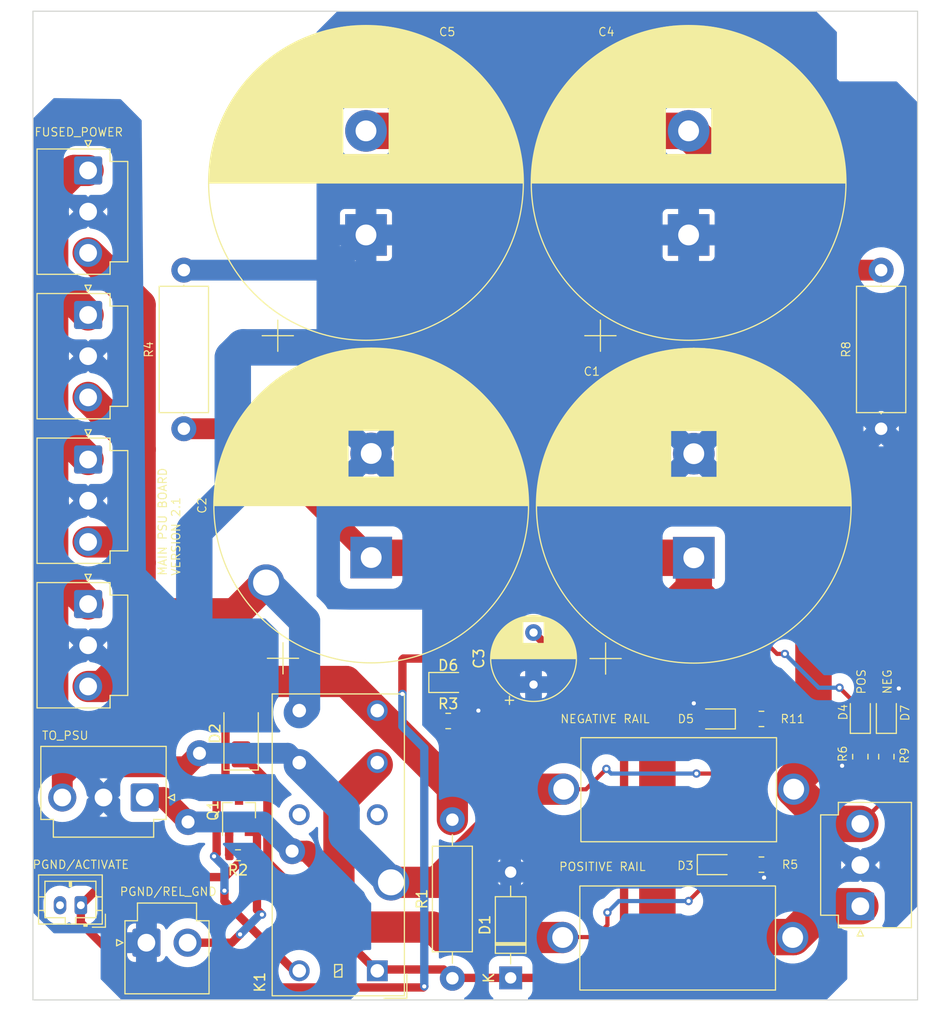
<source format=kicad_pcb>
(kicad_pcb (version 20221018) (generator pcbnew)
  (layers (0 "F.Cu" signal) (31 "B.Cu" signal) (34 "B.Paste" user) (35 "F.Paste" user) (36 "B.SilkS" user "B.Silkscreen") (37 "F.SilkS" user "F.Silkscreen") (38 "B.Mask" user) (39 "F.Mask" user) (44 "Edge.Cuts" user))
  (net 0 "")
  (net 1 "PGND")
  (net 2 "Net-(D3-K)")
  (net 3 "Net-(D4-K)")
  (net 4 "Net-(D5-K)")
  (net 5 "VP1")
  (net 6 "VM1")
  (net 7 "VPOUT")
  (net 8 "VMOUT")
  (net 9 "Net-(D7-K)")
  (net 10 "5V")
  (net 11 "VPOUT_FUSE")
  (net 12 "VMOUT_FUSE")
  (net 13 "Net-(D2-A)")
  (net 14 "ACTIVATE")
  (net 18 "Net-(Q1-B)")
  (net 19 "RELAY_GND")
  (net 20 "Net-(D6-K)")
  (footprint "Resistor_THT:R_Axial_DIN0411_L9.9mm_D3.6mm_P15.24mm_Horizontal" (layer "F.Cu") (at 183.8 136.92 90)
    (fp_text reference "R1" (at 7.62 -2.92 90) (layer "F.SilkS"))
    (fp_text value "360R 2W")
    (pad "1" thru_hole circle (at 0 0 90) (size 2.4 2.4) (drill 1.2) (layers "*.Cu" "*.Mask") (net 10 "5V"))
    (pad "2" thru_hole oval (at 15.24 0 90) (size 2.4 2.4) (drill 1.2) (layers "*.Cu" "*.Mask") (net 7 "VPOUT"))
  )
  (footprint "MountingHole:MountingHole_3.2mm_M3" (layer "F.Cu") (at 226 46.5)
    (fp_text reference "H4" hide)
    (fp_text value "MountingHole")
    (pad "" np_thru_hole circle (at 0 0) (size 3.2 3.2) (drill 3.2) (layers "*.Cu" "*.Mask"))
  )
  (footprint "Connector_JST:JST_PH_B2B-PH-K_1x02_P2.00mm_Vertical" (layer "F.Cu") (at 148.1 129.9 180)
    (fp_text reference "J5" hide)
    (fp_text value "Conn_01x02_Male")
    (pad "1" thru_hole roundrect (at 0 0 180) (size 1.2 1.75) (drill 0.75) (layers "*.Cu" "*.Mask") (roundrect_rratio 0.2083333333) (net 14 "ACTIVATE"))
    (pad "2" thru_hole oval (at 2 0 180) (size 1.2 1.75) (drill 0.75) (layers "*.Cu" "*.Mask"))
  )
  (footprint "Diode_THT:D_DO-41_SOD81_P10.16mm_Horizontal" (layer "F.Cu") (at 189.4 136.88 90)
    (fp_text reference "D1" (at 5.08 -2.47 90) (layer "F.SilkS"))
    (fp_text value "12V")
    (fp_text user "K" (at 0 -2.1 90) (layer "F.SilkS"))
    (pad "1" thru_hole rect (at 0 0 90) (size 2.2 2.2) (drill 1.1) (layers "*.Cu" "*.Mask") (net 10 "5V"))
    (pad "2" thru_hole oval (at 10.16 0 90) (size 2.2 2.2) (drill 1.1) (layers "*.Cu" "*.Mask") (net 1 "PGND"))
  )
  (footprint "LED_SMD:LED_0805_2012Metric_Pad1.15x1.40mm_HandSolder" (layer "F.Cu") (at 223 111.525 90)
    (fp_text reference "D4" (at 0.175 -1.65 90 unlocked) (layer "F.SilkS") (effects (font (size 0.8 0.8) (thickness 0.1))))
    (fp_text value "YELLOW")
    (pad "1" smd roundrect (at -1.025 0 90) (size 1.15 1.4) (layers "F.Cu" "F.Paste" "F.Mask") (roundrect_rratio 0.2173913043) (net 3 "Net-(D4-K)"))
    (pad "2" smd roundrect (at 1.025 0 90) (size 1.15 1.4) (layers "F.Cu" "F.Paste" "F.Mask") (roundrect_rratio 0.2173913043) (net 5 "VP1"))
  )
  (footprint "Capacitor_THT:CP_Radial_D30.0mm_P10.00mm_SnapIn" (layer "F.Cu") (at 207 96.517934 90)
    (fp_text reference "C1" (at 17.9 -9.8 unlocked) (layer "F.SilkS") (effects (font (size 0.8 0.8) (thickness 0.1))))
    (fp_text value "15000U")
    (pad "1" thru_hole rect (at 0 0 90) (size 4 4) (drill 2) (layers "*.Cu" "*.Mask") (net 5 "VP1"))
    (pad "2" thru_hole circle (at 10 0 90) (size 4 4) (drill 2) (layers "*.Cu" "*.Mask") (net 1 "PGND"))
  )
  (footprint "Connector_JST:JST_VH_B3P-VH_1x03_P3.96mm_Vertical" (layer "F.Cu") (at 148.8 73.1875 -90)
    (fp_text reference "J4" hide)
    (fp_text value "Conn_01x03_Male")
    (pad "1" thru_hole roundrect (at 0 0 270) (size 2.7 2.7) (drill 1.7) (layers "*.Cu" "*.Mask") (roundrect_rratio 0.09259296296) (net 7 "VPOUT"))
    (pad "2" thru_hole circle (at 3.96 0 270) (size 2.7 2.7) (drill 1.7) (layers "*.Cu" "*.Mask") (net 1 "PGND"))
    (pad "3" thru_hole circle (at 7.92 0 270) (size 2.7 2.7) (drill 1.7) (layers "*.Cu" "*.Mask") (net 8 "VMOUT"))
  )
  (footprint "Resistor_SMD:R_0805_2012Metric_Pad1.20x1.40mm_HandSolder" (layer "F.Cu") (at 213.5 112)
    (fp_text reference "R11" (at 3 0 unlocked) (layer "F.SilkS") (effects (font (size 0.8 0.8) (thickness 0.1))))
    (fp_text value "9.1K")
    (pad "1" smd roundrect (at -1 0) (size 1.2 1.4) (layers "F.Cu" "F.Paste" "F.Mask") (roundrect_rratio 0.2083333333) (net 4 "Net-(D5-K)"))
    (pad "2" smd roundrect (at 1 0) (size 1.2 1.4) (layers "F.Cu" "F.Paste" "F.Mask") (roundrect_rratio 0.2083333333) (net 12 "VMOUT_FUSE"))
  )
  (footprint "MountingHole:MountingHole_3.2mm_M3" (layer "F.Cu") (at 146.1 136.2)
    (fp_text reference "H2" hide)
    (fp_text value "MountingHole")
    (pad "" np_thru_hole circle (at 0 0) (size 3.2 3.2) (drill 3.2) (layers "*.Cu" "*.Mask"))
  )
  (footprint "Resistor_SMD:R_0603_1608Metric" (layer "F.Cu") (at 163.2 125.1 180)
    (fp_text reference "R2" (at 0 -1.43) (layer "F.SilkS"))
    (fp_text value "1K")
    (pad "1" smd roundrect (at -0.825 0 180) (size 0.8 0.95) (layers "F.Cu" "F.Paste" "F.Mask") (net 14 "ACTIVATE"))
    (pad "2" smd roundrect (at 0.825 0 180) (size 0.8 0.95) (layers "F.Cu" "F.Paste" "F.Mask") (net 18 "Net-(Q1-B)"))
  )
  (footprint "Connector_JST:JST_VH_B2P-VH-B_1x02_P3.96mm_Vertical" (layer "F.Cu") (at 154.4 133.5)
    (fp_text reference "J7" hide)
    (fp_text value "Conn_01x02_Male")
    (pad "1" thru_hole roundrect (at 0 0) (size 2.7 2.7) (drill 1.7) (layers "*.Cu" "*.Mask") (roundrect_rratio 0.09259296296) (net 1 "PGND"))
    (pad "2" thru_hole circle (at 3.96 0) (size 2.7 2.7) (drill 1.7) (layers "*.Cu" "*.Mask") (net 19 "RELAY_GND"))
  )
  (footprint "Resistor_THT:R_Axial_DIN0414_L11.9mm_D4.5mm_P15.24mm_Horizontal" (layer "F.Cu") (at 158 84.12 90)
    (fp_text reference "R4" (at 7.62 -3.37 90 unlocked) (layer "F.SilkS") (effects (font (size 0.8 0.8) (thickness 0.1))))
    (fp_text value "1.2K")
    (pad "1" thru_hole circle (at 0 0 90) (size 2.4 2.4) (drill 1.2) (layers "*.Cu" "*.Mask") (net 5 "VP1"))
    (pad "2" thru_hole oval (at 15.24 0 90) (size 2.4 2.4) (drill 1.2) (layers "*.Cu" "*.Mask") (net 1 "PGND"))
  )
  (footprint "Capacitor_THT:CP_Radial_D30.0mm_P10.00mm_SnapIn" (layer "F.Cu") (at 206.5 65.5 90)
    (fp_text reference "C4" (at 19.505 -7.9 unlocked) (layer "F.SilkS") (effects (font (size 0.8 0.8) (thickness 0.1))))
    (fp_text value "15000U")
    (pad "1" thru_hole rect (at 0 0 90) (size 4 4) (drill 2) (layers "*.Cu" "*.Mask") (net 1 "PGND"))
    (pad "2" thru_hole circle (at 10 0 90) (size 4 4) (drill 2) (layers "*.Cu" "*.Mask") (net 6 "VM1"))
  )
  (footprint "Resistor_SMD:R_0805_2012Metric_Pad1.20x1.40mm_HandSolder" (layer "F.Cu") (at 183.4 112.2)
    (fp_text reference "R3" (at 0 -1.65) (layer "F.SilkS"))
    (fp_text value "275R")
    (pad "1" smd roundrect (at -1 0) (size 1.2 1.4) (layers "F.Cu" "F.Paste" "F.Mask") (roundrect_rratio 0.2083333333) (net 20 "Net-(D6-K)"))
    (pad "2" smd roundrect (at 1 0) (size 1.2 1.4) (layers "F.Cu" "F.Paste" "F.Mask") (roundrect_rratio 0.2083333333) (net 1 "PGND"))
  )
  (footprint "Capacitor_THT:CP_Radial_D8.0mm_P5.00mm" (layer "F.Cu") (at 191.6 108.7 90)
    (fp_text reference "C3" (at 2.5 -5.25 90) (layer "F.SilkS"))
    (fp_text value "220u")
    (pad "1" thru_hole rect (at 0 0 90) (size 1.6 1.6) (drill 0.8) (layers "*.Cu" "*.Mask") (net 1 "PGND"))
    (pad "2" thru_hole circle (at 5 0 90) (size 1.6 1.6) (drill 0.8) (layers "*.Cu" "*.Mask") (net 10 "5V"))
  )
  (footprint "Diode_SMD:D_SMA" (layer "F.Cu") (at 163.5 113.4 90)
    (fp_text reference "D2" (at 0 -2.5 90) (layer "F.SilkS"))
    (fp_text value "1N4001")
    (pad "1" smd roundrect (at -2 0 90) (size 2.5 1.8) (layers "F.Cu" "F.Paste" "F.Mask") (roundrect_rratio 0.1388888889) (net 10 "5V"))
    (pad "2" smd roundrect (at 2 0 90) (size 2.5 1.8) (layers "F.Cu" "F.Paste" "F.Mask") (roundrect_rratio 0.1388888889) (net 13 "Net-(D2-A)"))
  )
  (footprint "Connector_JST:JST_VH_B3P-VH_1x03_P3.96mm_Vertical" (layer "F.Cu") (at 154.2375 119.55 180)
    (fp_text reference "J3" hide)
    (fp_text value "Conn_01x03_Male")
    (pad "1" thru_hole roundrect (at 0 0 180) (size 2.7 2.7) (drill 1.7) (layers "*.Cu" "*.Mask") (roundrect_rratio 0.09259296296) (net 11 "VPOUT_FUSE"))
    (pad "2" thru_hole circle (at 3.96 0 180) (size 2.7 2.7) (drill 1.7) (layers "*.Cu" "*.Mask") (net 1 "PGND"))
    (pad "3" thru_hole circle (at 7.92 0 180) (size 2.7 2.7) (drill 1.7) (layers "*.Cu" "*.Mask") (net 12 "VMOUT_FUSE"))
  )
  (footprint "LED_SMD:LED_0805_2012Metric_Pad1.15x1.40mm_HandSolder" (layer "F.Cu") (at 209.195833 126)
    (fp_text reference "D3" (at -3 0.1 unlocked) (layer "F.SilkS") (effects (font (size 0.8 0.8) (thickness 0.1))))
    (fp_text value "YELLOW")
    (pad "1" smd roundrect (at -1.025 0) (size 1.15 1.4) (layers "F.Cu" "F.Paste" "F.Mask") (roundrect_rratio 0.2173913043) (net 2 "Net-(D3-K)"))
    (pad "2" smd roundrect (at 1.025 0) (size 1.15 1.4) (layers "F.Cu" "F.Paste" "F.Mask") (roundrect_rratio 0.2173913043) (net 11 "VPOUT_FUSE"))
  )
  (footprint "Resistor_SMD:R_0805_2012Metric_Pad1.20x1.40mm_HandSolder" (layer "F.Cu") (at 225.5 115.625 -90)
    (fp_text reference "R9" (at -0.1 -1.75 90 unlocked) (layer "F.SilkS") (effects (font (size 0.8 0.8) (thickness 0.1))))
    (fp_text value "9.1K")
    (pad "1" smd roundrect (at -1 0 270) (size 1.2 1.4) (layers "F.Cu" "F.Paste" "F.Mask") (roundrect_rratio 0.2083333333) (net 9 "Net-(D7-K)"))
    (pad "2" smd roundrect (at 1 0 270) (size 1.2 1.4) (layers "F.Cu" "F.Paste" "F.Mask") (roundrect_rratio 0.2083333333) (net 6 "VM1"))
  )
  (footprint "LED_SMD:LED_0805_2012Metric_Pad1.15x1.40mm_HandSolder" (layer "F.Cu") (at 225.5 111.525 90)
    (fp_text reference "D7" (at 0.1 1.8 90 unlocked) (layer "F.SilkS") (effects (font (size 0.8 0.8) (thickness 0.1))))
    (fp_text value "BLUE")
    (pad "1" smd roundrect (at -1.025 0 90) (size 1.15 1.4) (layers "F.Cu" "F.Paste" "F.Mask") (roundrect_rratio 0.2173913043) (net 9 "Net-(D7-K)"))
    (pad "2" smd roundrect (at 1.025 0 90) (size 1.15 1.4) (layers "F.Cu" "F.Paste" "F.Mask") (roundrect_rratio 0.2173913043) (net 1 "PGND"))
  )
  (footprint "Package_TO_SOT_SMD:SOT-23_Handsoldering" (layer "F.Cu") (at 163.3 120.8 90)
    (fp_text reference "Q1" (at 0 -2.5 90) (layer "F.SilkS"))
    (fp_text value "2SC1945")
    (pad "1" smd rect (at -1.5 -0.95 90) (size 1.9 0.8) (layers "F.Cu" "F.Paste" "F.Mask") (net 18 "Net-(Q1-B)"))
    (pad "2" smd rect (at -1.5 0.95 90) (size 1.9 0.8) (layers "F.Cu" "F.Paste" "F.Mask") (net 19 "RELAY_GND"))
    (pad "3" smd rect (at 1.5 0 90) (size 1.9 0.8) (layers "F.Cu" "F.Paste" "F.Mask") (net 13 "Net-(D2-A)"))
  )
  (footprint "Relay_THT:Relay_DPDT_Omron_G2RL-2" (layer "F.Cu") (at 176.5875 136.2 180)
    (fp_text reference "K1" (at 11.2875 -1.1 90) (layer "F.SilkS"))
    (fp_text value "Relay_DPDT")
    (pad "11" thru_hole circle (at 0 20 180) (size 2 2) (drill 1.3) (layers "*.Cu" "*.Mask") (net 11 "VPOUT_FUSE"))
    (pad "12" thru_hole circle (at 0 15 180) (size 2 2) (drill 1.3) (layers "*.Cu" "*.Mask"))
    (pad "14" thru_hole circle (at 0 25 180) (size 2 2) (drill 1.3) (layers "*.Cu" "*.Mask") (net 7 "VPOUT"))
    (pad "21" thru_hole circle (at 7.5 20 180) (size 2 2) (drill 1.3) (layers "*.Cu" "*.Mask") (net 12 "VMOUT_FUSE"))
    (pad "22" thru_hole circle (at 7.5 15 180) (size 2 2) (drill 1.3) (layers "*.Cu" "*.Mask"))
    (pad "24" thru_hole circle (at 7.5 25 180) (size 2 2) (drill 1.3) (layers "*.Cu" "*.Mask") (net 8 "VMOUT"))
    (pad "A1" thru_hole rect (at 0 0 180) (size 2 2) (drill 1.3) (layers "*.Cu" "*.Mask") (net 10 "5V"))
    (pad "A2" thru_hole circle (at 7.5 0 180) (size 2 2) (drill 1.3) (layers "*.Cu" "*.Mask") (net 13 "Net-(D2-A)"))
  )
  (footprint "LED_SMD:LED_0805_2012Metric_Pad1.15x1.40mm_HandSolder" (layer "F.Cu") (at 209.133333 112 180)
    (fp_text reference "D5" (at 2.9 0 unlocked) (layer "F.SilkS") (effects (font (size 0.8 0.8) (thickness 0.1))))
    (fp_text value "BLUE")
    (pad "1" smd roundrect (at -1.025 0 180) (size 1.15 1.4) (layers "F.Cu" "F.Paste" "F.Mask") (roundrect_rratio 0.2173913043) (net 4 "Net-(D5-K)"))
    (pad "2" smd roundrect (at 1.025 0 180) (size 1.15 1.4) (layers "F.Cu" "F.Paste" "F.Mask") (roundrect_rratio 0.2173913043) (net 1 "PGND"))
  )
  (footprint "LED_SMD:LED_0805_2012Metric_Pad1.15x1.40mm_HandSolder" (layer "F.Cu") (at 183.4 108.5)
    (fp_text reference "D6" (at 0 -1.65) (layer "F.SilkS"))
    (fp_text value "RED")
    (pad "1" smd roundrect (at -1.025 0) (size 1.15 1.4) (layers "F.Cu" "F.Paste" "F.Mask") (roundrect_rratio 0.2173913043) (net 20 "Net-(D6-K)"))
    (pad "2" smd roundrect (at 1.025 0) (size 1.15 1.4) (layers "F.Cu" "F.Paste" "F.Mask") (roundrect_rratio 0.2173913043) (net 14 "ACTIVATE"))
  )
  (footprint "Capacitor_THT:CP_Radial_D30.0mm_P10.00mm_SnapIn" (layer "F.Cu") (at 175.5 65.5 90)
    (fp_text reference "C5" (at 19.505 7.8 unlocked) (layer "F.SilkS") (effects (font (size 0.8 0.8) (thickness 0.1))))
    (fp_text value "15000U")
    (pad "1" thru_hole rect (at 0 0 90) (size 4 4) (drill 2) (layers "*.Cu" "*.Mask") (net 1 "PGND"))
    (pad "2" thru_hole circle (at 10 0 90) (size 4 4) (drill 2) (layers "*.Cu" "*.Mask") (net 6 "VM1"))
  )
  (footprint "Connector_JST:JST_VH_B3P-VH_1x03_P3.96mm_Vertical" (layer "F.Cu") (at 223 130 90)
    (fp_text reference "J9" hide)
    (fp_text value "Conn_01x03_Male")
    (pad "1" thru_hole roundrect (at 0 0 90) (size 2.7 2.7) (drill 1.7) (layers "*.Cu" "*.Mask") (roundrect_rratio 0.09259296296) (net 5 "VP1"))
    (pad "2" thru_hole circle (at 3.96 0 90) (size 2.7 2.7) (drill 1.7) (layers "*.Cu" "*.Mask") (net 1 "PGND"))
    (pad "3" thru_hole circle (at 7.92 0 90) (size 2.7 2.7) (drill 1.7) (layers "*.Cu" "*.Mask") (net 6 "VM1"))
  )
  (footprint "Components:Aliexpress Fuse 5x20" (layer "F.Cu") (at 205.45 135.55 180)
    (fp_text reference "F1" hide)
    (fp_text value "Fuse_Small")
    (pad "1" thru_hole circle (at -11.05 2.55 180) (size 3 3) (drill 2) (layers "*.Cu" "*.Mask") (net 5 "VP1"))
    (pad "2" thru_hole circle (at 11.05 2.55 180) (size 3 3) (drill 2) (layers "*.Cu" "*.Mask") (net 11 "VPOUT_FUSE"))
  )
  (footprint "Connector_JST:JST_VH_B3P-VH_1x03_P3.96mm_Vertical" (layer "F.Cu") (at 148.8 59.3 -90)
    (fp_text reference "J10" hide)
    (fp_text value "Conn_01x03_Male")
    (pad "1" thru_hole roundrect (at 0 0 270) (size 2.7 2.7) (drill 1.7) (layers "*.Cu" "*.Mask") (roundrect_rratio 0.09259296296) (net 7 "VPOUT"))
    (pad "2" thru_hole circle (at 3.96 0 270) (size 2.7 2.7) (drill 1.7) (layers "*.Cu" "*.Mask") (net 1 "PGND"))
    (pad "3" thru_hole circle (at 7.92 0 270) (size 2.7 2.7) (drill 1.7) (layers "*.Cu" "*.Mask") (net 8 "VMOUT"))
  )
  (footprint "Resistor_THT:R_Axial_DIN0414_L11.9mm_D4.5mm_P15.24mm_Horizontal" (layer "F.Cu") (at 225 84.12 90)
    (fp_text reference "R8" (at 7.62 -3.37 90 unlocked) (layer "F.SilkS") (effects (font (size 0.8 0.8) (thickness 0.1))))
    (fp_text value "1.2K")
    (pad "1" thru_hole circle (at 0 0 90) (size 2.4 2.4) (drill 1.2) (layers "*.Cu" "*.Mask") (net 1 "PGND"))
    (pad "2" thru_hole oval (at 15.24 0 90) (size 2.4 2.4) (drill 1.2) (layers "*.Cu" "*.Mask") (net 6 "VM1"))
  )
  (footprint "MountingHole:MountingHole_3mm" (layer "F.Cu") (at 226 136.5)
    (fp_text reference "H1" hide)
    (fp_text value "MountingHole")
    (pad "" np_thru_hole circle (at 0 0) (size 3 3) (drill 3) (layers "*.Cu" "*.Mask"))
  )
  (footprint "Connector_JST:JST_VH_B3P-VH_1x03_P3.96mm_Vertical" (layer "F.Cu") (at 148.8 87.075 -90)
    (fp_text reference "J2" hide)
    (fp_text value "Conn_01x03_Male")
    (pad "1" thru_hole roundrect (at 0 0 270) (size 2.7 2.7) (drill 1.7) (layers "*.Cu" "*.Mask") (roundrect_rratio 0.09259296296) (net 7 "VPOUT"))
    (pad "2" thru_hole circle (at 3.96 0 270) (size 2.7 2.7) (drill 1.7) (layers "*.Cu" "*.Mask") (net 1 "PGND"))
    (pad "3" thru_hole circle (at 7.92 0 270) (size 2.7 2.7) (drill 1.7) (layers "*.Cu" "*.Mask") (net 8 "VMOUT"))
  )
  (footprint "Components:Aliexpress Fuse 5x20" (layer "F.Cu") (at 205.55 121.3 180)
    (fp_text reference "F2" hide)
    (fp_text value "Fuse_Small")
    (pad "1" thru_hole circle (at -11.05 2.55 180) (size 3 3) (drill 2) (layers "*.Cu" "*.Mask") (net 6 "VM1"))
    (pad "2" thru_hole circle (at 11.05 2.55 180) (size 3 3) (drill 2) (layers "*.Cu" "*.Mask") (net 12 "VMOUT_FUSE"))
  )
  (footprint "Resistor_SMD:R_0805_2012Metric_Pad1.20x1.40mm_HandSolder" (layer "F.Cu") (at 213.5 126 180)
    (fp_text reference "R5" (at -2.75 0 unlocked) (layer "F.SilkS") (effects (font (size 0.8 0.8) (thickness 0.1))))
    (fp_text value "9.1K")
    (pad "1" smd roundrect (at -1 0 180) (size 1.2 1.4) (layers "F.Cu" "F.Paste" "F.Mask") (roundrect_rratio 0.2083333333) (net 2 "Net-(D3-K)"))
    (pad "2" smd roundrect (at 1 0 180) (size 1.2 1.4) (layers "F.Cu" "F.Paste" "F.Mask") (roundrect_rratio 0.2083333333) (net 1 "PGND"))
  )
  (footprint "Capacitor_THT:CP_Radial_D30.0mm_P10.00mm_SnapIn" (layer "F.Cu") (at 176 96.495 90)
    (fp_text reference "C2" (at 5 -16.25 90 unlocked) (layer "F.SilkS") (effects (font (size 0.8 0.8) (thickness 0.1))))
    (fp_text value "15000U")
    (pad "1" thru_hole rect (at 0 0 90) (size 4 4) (drill 2) (layers "*.Cu" "*.Mask") (net 5 "VP1"))
    (pad "2" thru_hole circle (at 10 0 90) (size 4 4) (drill 2) (layers "*.Cu" "*.Mask") (net 1 "PGND"))
  )
  (footprint "Resistor_SMD:R_0805_2012Metric_Pad1.20x1.40mm_HandSolder" (layer "F.Cu") (at 223 115.625 -90)
    (fp_text reference "R6" (at -0.275 1.7 90 unlocked) (layer "F.SilkS") (effects (font (size 0.8 0.8) (thickness 0.1))))
    (fp_text value "9.1K")
    (pad "1" smd roundrect (at -1 0 270) (size 1.2 1.4) (layers "F.Cu" "F.Paste" "F.Mask") (roundrect_rratio 0.2083333333) (net 3 "Net-(D4-K)"))
    (pad "2" smd roundrect (at 1 0 270) (size 1.2 1.4) (layers "F.Cu" "F.Paste" "F.Mask") (roundrect_rratio 0.2083333333) (net 1 "PGND"))
  )
  (footprint "MountingHole:MountingHole_3mm" (layer "F.Cu") (at 146.1 46.2)
    (fp_text reference "H3" hide)
    (fp_text value "MountingHole")
    (pad "" np_thru_hole circle (at 0 0) (size 3 3) (drill 3) (layers "*.Cu" "*.Mask"))
  )
  (footprint "Connector_JST:JST_VH_B3P-VH_1x03_P3.96mm_Vertical" (layer "F.Cu") (at 148.8 100.9625 -90)
    (fp_text reference "J1" hide)
    (fp_text value "Conn_01x03_Male")
    (pad "1" thru_hole roundrect (at 0 0 270) (size 2.7 2.7) (drill 1.7) (layers "*.Cu" "*.Mask") (roundrect_rratio 0.09259296296) (net 7 "VPOUT"))
    (pad "2" thru_hole circle (at 3.96 0 270) (size 2.7 2.7) (drill 1.7) (layers "*.Cu" "*.Mask") (net 1 "PGND"))
    (pad "3" thru_hole circle (at 7.92 0 270) (size 2.7 2.7) (drill 1.7) (layers "*.Cu" "*.Mask") (net 8 "VMOUT"))
  )
  (gr_line (start 228.5 44) (end 143.5 44) (stroke (width 0.1)) (layer "Edge.Cuts"))
  (gr_line (start 228.5 139) (end 228.5 44) (stroke (width 0.1)) (layer "Edge.Cuts"))
  (gr_line (start 228.5 139) (end 143.5 139) (stroke (width 0.1)) (layer "Edge.Cuts"))
  (gr_line (start 143.5 44) (end 143.5 139) (stroke (width 0.1)) (layer "Edge.Cuts"))
  (gr_text "FUSED_POWER" (at 147.9 55.62) (layer "F.SilkS") (effects (font (size 0.8 0.8) (thickness 0.1))))
  (gr_text "MAIN PSU BOARD\nVERSION 2.1" (at 156.6 98.3 90) (layer "F.SilkS") (effects (font (size 0.8 0.8) (thickness 0.1)) (justify left)))
  (gr_text "TO_PSU" (at 146.6 113.6) (layer "F.SilkS") (effects (font (size 0.8 0.8) (thickness 0.1))))
  (gr_text "PGND/ACTIVATE" (at 148.1 126) (layer "F.SilkS") (effects (font (size 0.8 0.8) (thickness 0.1))))
  (gr_text "PGND/REL_GND" (at 156.5 128.6) (layer "F.SilkS") (effects (font (size 0.8 0.8) (thickness 0.1))))
  (gr_text "POSITIVE RAIL" (at 194 126.2) (layer "F.SilkS") (effects (font (size 0.8 0.8) (thickness 0.1)) (justify left)))
  (gr_text "NEGATIVE RAIL" (at 194.116667 112) (layer "F.SilkS") (effects (font (size 0.8 0.8) (thickness 0.1)) (justify left)))
  (gr_text "POS" (at 223.1 108.425 90) (layer "F.SilkS") (effects (font (size 0.8 0.8) (thickness 0.1))))
  (gr_text "NEG\n" (at 225.6 108.425 90) (layer "F.SilkS") (effects (font (size 0.8 0.8) (thickness 0.1))))
  (segment (start 225.5 110.275) (end 226.7 109.075) (width 0.4) (layer "F.Cu") (net 1))
  (segment (start 223 116.625) (end 221.375 116.625) (width 0.4) (layer "F.Cu") (net 1))
  (segment (start 208.108333 111.608333) (end 207 110.5) (width 0.4) (layer "F.Cu") (net 1))
  (segment (start 212.5 126) (end 213.75 127.25) (width 0.4) (layer "F.Cu") (net 1))
  (segment (start 184.4 112.2) (end 185.3 112.2) (width 0.4) (layer "F.Cu") (net 1))
  (segment (start 221.375 116.625) (end 221.25 116.5) (width 0.4) (layer "F.Cu") (net 1))
  (segment (start 185.3 112.2) (end 186.3 111.2) (width 0.4) (layer "F.Cu") (net 1))
  (via (at 207 110.5) (size 0.8) (drill 0.4) (layers "F.Cu" "B.Cu") (net 1))
  (via (at 221.25 116.5) (size 0.8) (drill 0.4) (layers "F.Cu" "B.Cu") (net 1))
  (via (at 186.3 111.2) (size 0.8) (drill 0.4) (layers "F.Cu" "B.Cu") (net 1))
  (via (at 213.75 127.25) (size 0.8) (drill 0.4) (layers "F.Cu" "B.Cu") (net 1))
  (via (at 226.7 109.075) (size 0.8) (drill 0.4) (layers "F.Cu" "B.Cu") (net 1))
  (segment (start 162.7 77.3) (end 163.7 76.3) (width 3.5) (layer "B.Cu") (net 1))
  (segment (start 158 68.88) (end 172.12 68.88) (width 2) (layer "B.Cu") (net 1))
  (segment (start 162.7 90.2) (end 162.7 77.3) (width 3.5) (layer "B.Cu") (net 1))
  (segment (start 163.7 76.3) (end 174.8 76.3) (width 3.5) (layer "B.Cu") (net 1))
  (segment (start 172.12 68.88) (end 175.5 65.5) (width 2) (layer "B.Cu") (net 1))
  (segment (start 162 90.9) (end 162.7 90.2) (width 3.5) (layer "B.Cu") (net 1))
  (segment (start 159 93.9) (end 162 90.9) (width 3.5) (layer "B.Cu") (net 1))
  (segment (start 159 104.3) (end 159 93.9) (width 3.5) (layer "B.Cu") (net 1))
  (segment (start 214.5 126) (end 213.4 124.9) (width 0.4) (layer "F.Cu") (net 2))
  (segment (start 209.270833 124.9) (end 208.170833 126) (width 0.4) (layer "F.Cu") (net 2))
  (segment (start 213.4 124.9) (end 209.270833 124.9) (width 0.4) (layer "F.Cu") (net 2))
  (segment (start 223 112.55) (end 223 114.625) (width 0.4) (layer "F.Cu") (net 3))
  (segment (start 210.158333 112) (end 212.5 112) (width 0.4) (layer "F.Cu") (net 4))
  (segment (start 203.5 132.5) (end 203.5 103) (width 3.5) (layer "F.Cu") (net 5))
  (segment (start 158 84.12) (end 163.625 84.12) (width 2) (layer "F.Cu") (net 5))
  (segment (start 219.516666 130) (end 216.554166 132.9625) (width 3.5) (layer "F.Cu") (net 5))
  (segment (start 207 99.5) (end 207 96.517934) (width 3.5) (layer "F.Cu") (net 5))
  (segment (start 215.75 105.75) (end 215 105.75) (width 0.4) (layer "F.Cu") (net 5))
  (segment (start 163.625 84.12) (end 176 96.495) (width 2) (layer "F.Cu") (net 5))
  (segment (start 207 96.517934) (end 176.022934 96.517934) (width 3.5) (layer "F.Cu") (net 5))
  (segment (start 215 105.75) (end 207 97.75) (width 0.4) (layer "F.Cu") (net 5))
  (segment (start 222.5 110.5) (end 221 109) (width 0.4) (layer "F.Cu") (net 5))
  (segment (start 203.5 103) (end 207 99.5) (width 3.5) (layer "F.Cu") (net 5))
  (segment (start 203.9625 132.9625) (end 203.5 132.5) (width 3.5) (layer "F.Cu") (net 5))
  (segment (start 216.554166 132.9625) (end 203.9625 132.9625) (width 3.5) (layer "F.Cu") (net 5))
  (segment (start 223 130) (end 219.516666 130) (width 3.5) (layer "F.Cu") (net 5))
  (via (at 221 109) (size 0.8) (drill 0.4) (layers "F.Cu" "B.Cu") (net 5))
  (via (at 215.75 105.75) (size 0.8) (drill 0.4) (layers "F.Cu" "B.Cu") (net 5))
  (segment (start 221 109) (end 219 109) (width 0.4) (layer "B.Cu") (net 5))
  (segment (start 219 109) (end 215.75 105.75) (width 0.4) (layer "B.Cu") (net 5))
  (segment (start 215.5 64.5) (end 206.5 55.5) (width 3.5) (layer "F.Cu") (net 6))
  (segment (start 223 122.08) (end 219.971666 122.08) (width 3.5) (layer "F.Cu") (net 6))
  (segment (start 225 68.88) (end 216.88 68.88) (width 2) (layer "F.Cu") (net 6))
  (segment (start 225.5 116.625) (end 225.5 119.58) (width 0.4) (layer "F.Cu") (net 6))
  (segment (start 216.88 68.88) (end 215.5 67.5) (width 2) (layer "F.Cu") (net 6))
  (segment (start 216.654166 118.7625) (end 216.654166 117.874467) (width 3.5) (layer "F.Cu") (net 6))
  (segment (start 215.5 67.5) (end 215.5 64.5) (width 3.5) (layer "F.Cu") (net 6))
  (segment (start 225.5 119.58) (end 223 122.08) (width 0.4) (layer "F.Cu") (net 6))
  (segment (start 219.971666 122.08) (end 216.654166 118.7625) (width 3.5) (layer "F.Cu") (net 6))
  (segment (start 216.654166 117.874467) (end 218.5 116.028633) (width 3.5) (layer "F.Cu") (net 6))
  (segment (start 206.5 55.5) (end 175.5 55.5) (width 3.5) (layer "F.Cu") (net 6))
  (segment (start 218.5 116.028633) (end 218.5 70.5) (width 3.5) (layer "F.Cu") (net 6))
  (segment (start 218.5 70.5) (end 215.5 67.5) (width 3.5) (layer "F.Cu") (net 6))
  (segment (start 145.4 70.4) (end 145.4 83.675) (width 3) (layer "F.Cu") (net 7))
  (segment (start 146.0125 70.4) (end 148.8 73.1875) (width 3) (layer "F.Cu") (net 7))
  (segment (start 145.4 97.5625) (end 148.8 100.9625) (width 3) (layer "F.Cu") (net 7))
  (segment (start 145.5 113.1) (end 151.8 113.1) (width 3) (layer "F.Cu") (net 7))
  (segment (start 156.5 108.4) (end 173.5875 108.4) (width 3) (layer "F.Cu") (net 7))
  (segment (start 145.4 113) (end 145.5 113.1) (width 3) (layer "F.Cu") (net 7))
  (segment (start 145.4 97.5625) (end 145.4 113) (width 3) (layer "F.Cu") (net 7))
  (segment (start 183.8 118.6125) (end 183.8 121.68) (width 3) (layer "F.Cu") (net 7))
  (segment (start 145.4 83.675) (end 148.8 87.075) (width 3) (layer "F.Cu") (net 7))
  (segment (start 145.4 61.350001) (end 145.4 70.4) (width 3) (layer "F.Cu") (net 7))
  (segment (start 145.4 83.675) (end 145.4 97.5625) (width 3) (layer "F.Cu") (net 7))
  (segment (start 148.8 59.3) (end 147.450001 59.3) (width 3) (layer "F.Cu") (net 7))
  (segment (start 173.5875 108.4) (end 176.5875 111.4) (width 3) (layer "F.Cu") (net 7))
  (segment (start 176.5875 111.4) (end 183.8 118.6125) (width 3) (layer "F.Cu") (net 7))
  (segment (start 147.450001 59.3) (end 145.4 61.350001) (width 3) (layer "F.Cu") (net 7))
  (segment (start 145.4 70.4) (end 146.0125 70.4) (width 3) (layer "F.Cu") (net 7))
  (segment (start 151.8 113.1) (end 156.5 108.4) (width 3) (layer "F.Cu") (net 7))
  (segment (start 162.9 101.9) (end 165.9 98.9) (width 3) (layer "F.Cu") (net 8))
  (segment (start 153.8 101.9) (end 153.8 97) (width 3) (layer "F.Cu") (net 8))
  (segment (start 153.8 72.22) (end 148.8 67.22) (width 3) (layer "F.Cu") (net 8))
  (segment (start 148.8 108.8825) (end 150.15 108.8825) (width 3) (layer "F.Cu") (net 8))
  (segment (start 153.8 86.1075) (end 153.8 72.22) (width 3) (layer "F.Cu") (net 8))
  (segment (start 153.8 105.2325) (end 153.8 101.9) (width 3) (layer "F.Cu") (net 8))
  (segment (start 153.8 97) (end 153.8 86.1075) (width 3) (layer "F.Cu") (net 8))
  (segment (start 153.8 97) (end 151.795 94.995) (width 3) (layer "F.Cu") (net 8))
  (segment (start 153.8 101.9) (end 162.9 101.9) (width 3) (layer "F.Cu") (net 8))
  (segment (start 151.795 94.995) (end 148.8 94.995) (width 3) (layer "F.Cu") (net 8))
  (segment (start 150.15 108.8825) (end 153.8 105.2325) (width 3) (layer "F.Cu") (net 8))
  (segment (start 153.8 86.1075) (end 148.8 81.1075) (width 3) (layer "F.Cu") (net 8))
  (via (at 165.9 98.9) (size 3.5) (drill 2.5) (layers "F.Cu" "B.Cu") (net 8))
  (segment (start 169.6 110.8875) (end 169.0875 111.4) (width 3) (layer "B.Cu") (net 8))
  (segment (start 165.9 98.9) (end 169.6 102.6) (width 3) (layer "B.Cu") (net 8))
  (segment (start 169.6 102.6) (end 169.6 110.8875) (width 3) (layer "B.Cu") (net 8))
  (segment (start 225.5 112.55) (end 225.5 114.625) (width 0.4) (layer "F.Cu") (net 9))
  (segment (start 166.025001 117.925001) (end 163.5 115.4) (width 0.8) (layer "F.Cu") (net 10))
  (segment (start 176.388403 136.074189) (end 166.025001 125.710787) (width 0.8) (layer "F.Cu") (net 10))
  (segment (start 183.8 136.92) (end 182.954189 136.074189) (width 0.8) (layer "F.Cu") (net 10))
  (segment (start 189.4 136.88) (end 183.84 136.88) (width 0.8) (layer "F.Cu") (net 10))
  (segment (start 183.84 136.88) (end 183.8 136.92) (width 0.8) (layer "F.Cu") (net 10))
  (segment (start 200 112.1) (end 200.3 112.1) (width 0.8) (layer "F.Cu") (net 10))
  (segment (start 166.025001 125.710787) (end 166.025001 117.925001) (width 0.8) (layer "F.Cu") (net 10))
  (segment (start 198.52 136.88) (end 189.4 136.88) (width 0.8) (layer "F.Cu") (net 10))
  (segment (start 200.3 135.1) (end 198.52 136.88) (width 0.8) (layer "F.Cu") (net 10))
  (segment (start 191.6 103.7) (end 200 112.1) (width 0.8) (layer "F.Cu") (net 10))
  (segment (start 200.3 112.1) (end 200.3 135.1) (width 0.8) (layer "F.Cu") (net 10))
  (segment (start 182.954189 136.074189) (end 176.388403 136.074189) (width 0.8) (layer "F.Cu") (net 10))
  (segment (start 181.9 132) (end 182.9 133) (width 3) (layer "F.Cu") (net 11))
  (segment (start 198.7 131.8) (end 198.7 130.6) (width 0.4) (layer "F.Cu") (net 11))
  (segment (start 172.9 125.4) (end 172.9 127.8) (width 3) (layer "F.Cu") (net 11))
  (segment (start 172.9 129.6) (end 175.3 132) (width 3) (layer "F.Cu") (net 11))
  (segment (start 168.4 124.7) (end 169.8 124.7) (width 2) (layer "F.Cu") (net 11))
  (segment (start 172.9 120.0875) (end 172.9 125.4) (width 3) (layer "F.Cu") (net 11))
  (segment (start 169.8 124.7) (end 172.9 127.8) (width 2) (layer "F.Cu") (net 11))
  (segment (start 176.5875 116.4) (end 172.9 120.0875) (width 3) (layer "F.Cu") (net 11))
  (segment (start 172.9 127.8) (end 172.9 129.6) (width 3) (layer "F.Cu") (net 11))
  (segment (start 156.05 119.55) (end 158.4 121.9) (width 2) (layer "F.Cu") (net 11))
  (segment (start 154.2375 119.55) (end 156.05 119.55) (width 2) (layer "F.Cu") (net 11))
  (segment (start 182.9 133) (end 194.4 133) (width 3) (layer "F.Cu") (net 11))
  (segment (start 210 126) (end 206.5 129.5) (width 0.4) (layer "F.Cu") (net 11))
  (segment (start 197.5375 132.9625) (end 198.7 131.8) (width 0.4) (layer "F.Cu") (net 11))
  (segment (start 194.454166 132.9625) (end 197.5375 132.9625) (width 0.4) (layer "F.Cu") (net 11))
  (segment (start 175.3 132) (end 181.9 132) (width 3) (layer "F.Cu") (net 11))
  (via (at 158.4 121.9) (size 2.5) (drill 1.25) (layers "F.Cu" "B.Cu") (net 11))
  (via (at 168.4 124.7) (size 2.5) (drill 1.25) (layers "F.Cu" "B.Cu") (net 11))
  (via (at 198.7 130.6) (size 0.8) (drill 0.4) (layers "F.Cu" "B.Cu") (net 11))
  (via (at 206.5 129.5) (size 0.8) (drill 0.4) (layers "F.Cu" "B.Cu") (net 11))
  (segment (start 158.4 121.9) (end 165.6 121.9) (width 2) (layer "B.Cu") (net 11))
  (segment (start 199.8 129.5) (end 198.7 130.6) (width 0.4) (layer "B.Cu") (net 11))
  (segment (start 165.6 121.9) (end 168.4 124.7) (width 2) (layer "B.Cu") (net 11))
  (segment (start 206.5 129.5) (end 199.8 129.5) (width 0.4) (layer "B.Cu") (net 11))
  (segment (start 209.25 117.25) (end 207.25 117.25) (width 0.4) (layer "F.Cu") (net 12))
  (segment (start 146.3175 119.55) (end 146.3175 117.5825) (width 2) (layer "F.Cu") (net 12))
  (segment (start 147.3 116.6) (end 158.2 116.6) (width 2) (layer "F.Cu") (net 12))
  (segment (start 194.5 118.75) (end 191.255483 118.75) (width 3) (layer "F.Cu") (net 12))
  (segment (start 191.255483 118.75) (end 182.305483 127.7) (width 3) (layer "F.Cu") (net 12))
  (segment (start 214.5 112) (end 209.25 117.25) (width 0.4) (layer "F.Cu") (net 12))
  (segment (start 182.305483 127.7) (end 177.9 127.7) (width 3) (layer "F.Cu") (net 12))
  (segment (start 158.2 116.6) (end 159.5 115.3) (width 2) (layer "F.Cu") (net 12))
  (segment (start 196.6375 118.7625) (end 198.6 116.8) (width 0.4) (layer "F.Cu") (net 12))
  (segment (start 194.554166 118.7625) (end 196.6375 118.7625) (width 0.4) (layer "F.Cu") (net 12))
  (segment (start 146.3175 117.5825) (end 147.3 116.6) (width 2) (layer "F.Cu") (net 12))
  (via (at 207.25 117.25) (size 0.8) (drill 0.4) (layers "F.Cu" "B.Cu") (net 12))
  (via (at 159.5 115.3) (size 2.5) (drill 1.25) (layers "F.Cu" "B.Cu") (net 12))
  (via (at 177.9 127.7) (size 3.5) (drill 2.5) (layers "F.Cu" "B.Cu") (net 12))
  (via (at 198.6 116.8) (size 0.8) (drill 0.4) (layers "F.Cu" "B.Cu") (net 12))
  (segment (start 199.05 117.25) (end 198.6 116.8) (width 0.4) (layer "B.Cu") (net 12))
  (segment (start 207.25 117.25) (end 199.05 117.25) (width 0.4) (layer "B.Cu") (net 12))
  (segment (start 173.4 123.2) (end 173.4 120.7125) (width 3) (layer "B.Cu") (net 12))
  (segment (start 177.9 127.7) (end 173.4 123.2) (width 3) (layer "B.Cu") (net 12))
  (segment (start 173.4 120.7125) (end 169.0875 116.4) (width 3) (layer "B.Cu") (net 12))
  (segment (start 167.9875 115.3) (end 169.0875 116.4) (width 2) (layer "B.Cu") (net 12))
  (segment (start 159.5 115.3) (end 167.9875 115.3) (width 2) (layer "B.Cu") (net 12))
  (segment (start 168.785784 136.4) (end 161.9 129.514216) (width 0.8) (layer "F.Cu") (net 13))
  (segment (start 162 112.9) (end 162 118) (width 0.8) (layer "F.Cu") (net 13))
  (segment (start 163.5 111.4) (end 162 112.9) (width 0.8) (layer "F.Cu") (net 13))
  (segment (start 160.9 125.2) (end 161.15 124.95) (width 0.8) (layer "F.Cu") (net 13))
  (segment (start 162 118) (end 163.3 119.3) (width 0.8) (layer "F.Cu") (net 13))
  (segment (start 161.15 118.85) (end 162 118) (width 0.8) (layer "F.Cu") (net 13))
  (segment (start 169.0875 136.4) (end 168.785784 136.4) (width 0.8) (layer "F.Cu") (net 13))
  (segment (start 161.9 129.514216) (end 161.9 128.5) (width 0.8) (layer "F.Cu") (net 13))
  (segment (start 161.15 124.95) (end 161.15 118.85) (width 0.8) (layer "F.Cu") (net 13))
  (via (at 160.9 125.2) (size 0.8) (drill 0.4) (layers "F.Cu" "B.Cu") (net 13))
  (via (at 161.9 128.5) (size 0.8) (drill 0.4) (layers "F.Cu" "B.Cu") (net 13))
  (segment (start 161.9 126.2) (end 160.9 125.2) (width 0.8) (layer "B.Cu") (net 13))
  (segment (start 161.9 128.5) (end 161.9 126.2) (width 0.8) (layer "B.Cu") (net 13))
  (segment (start 179 109.6) (end 179 106.3) (width 0.8) (layer "F.Cu") (net 14))
  (segment (start 150.8 127.2) (end 148.1 129.9) (width 0.8) (layer "F.Cu") (net 14))
  (segment (start 182.125 106.2) (end 184.425 108.5) (width 0.8) (layer "F.Cu") (net 14))
  (segment (start 161.925 127.2) (end 150.8 127.2) (width 0.8) (layer "F.Cu") (net 14))
  (segment (start 148.1 131.6) (end 154.3 137.8) (width 0.8) (layer "F.Cu") (net 14))
  (segment (start 148.1 129.9) (end 148.1 131.6) (width 0.8) (layer "F.Cu") (net 14))
  (segment (start 154.3 137.8) (end 181 137.8) (width 0.8) (layer "F.Cu") (net 14))
  (segment (start 181 137.8) (end 181.1 137.7) (width 0.8) (layer "F.Cu") (net 14))
  (segment (start 164.025 125.1) (end 161.925 127.2) (width 0.8) (layer "F.Cu") (net 14))
  (segment (start 179.1 106.2) (end 182.125 106.2) (width 0.8) (layer "F.Cu") (net 14))
  (segment (start 179 106.3) (end 179.1 106.2) (width 0.8) (layer "F.Cu") (net 14))
  (via (at 181.1 137.7) (size 0.8) (drill 0.4) (layers "F.Cu" "B.Cu") (net 14))
  (via (at 179 109.6) (size 0.8) (drill 0.4) (layers "F.Cu" "B.Cu") (net 14))
  (segment (start 179.2 112.9) (end 179 112.7) (width 0.8) (layer "B.Cu") (net 14))
  (segment (start 181.1 137.7) (end 181.1 114.8) (width 0.8) (layer "B.Cu") (net 14))
  (segment (start 181.1 114.8) (end 179.2 112.9) (width 0.8) (layer "B.Cu") (net 14))
  (segment (start 179 112.7) (end 179 109.6) (width 0.8) (layer "B.Cu") (net 14))
  (segment (start 162.35 125.075) (end 162.375 125.1) (width 0.8) (layer "F.Cu") (net 18))
  (segment (start 162.35 122.3) (end 162.35 125.075) (width 0.8) (layer "F.Cu") (net 18))
  (segment (start 162.6 133.5) (end 163.4 132.7) (width 0.8) (layer "F.Cu") (net 19))
  (segment (start 165.025 130.325) (end 165.5 130.8) (width 0.8) (layer "F.Cu") (net 19))
  (segment (start 165.025 123.075) (end 165.025 130.325) (width 0.8) (layer "F.Cu") (net 19))
  (segment (start 158.36 133.5) (end 162.6 133.5) (width 0.8) (layer "F.Cu") (net 19))
  (segment (start 164.25 122.3) (end 165.025 123.075) (width 0.8) (layer "F.Cu") (net 19))
  (via (at 165.5 130.8) (size 0.8) (drill 0.4) (layers "F.Cu" "B.Cu") (net 19))
  (via (at 163.4 132.7) (size 0.8) (drill 0.4) (layers "F.Cu" "B.Cu") (net 19))
  (segment (start 165.3 130.8) (end 163.4 132.7) (width 0.8) (layer "B.Cu") (net 19))
  (segment (start 165.5 130.8) (end 165.3 130.8) (width 0.8) (layer "B.Cu") (net 19))
  (segment (start 182.4 112.2) (end 182.4 108.525) (width 0.4) (layer "F.Cu") (net 20))
  (segment (start 182.4 108.525) (end 182.375 108.5) (width 0.4) (layer "F.Cu") (net 20))
  (zone (net 1) (net_name "PGND") (layer "B.Cu") (priority 1) (connect_pads (clearance 1)) (min_thickness 0.25) (fill yes (thermal_gap 0.5) (thermal_bridge_width 2) (smoothing chamfer) (radius 2))
    (polygon (pts (xy 142.223099 89.730047) (xy 142.3 52.3) (xy 153.926816 52.476816) (xy 154.35 97.7) (xy 159 102.35) (xy 176 102.35) (xy 176 139.1) (xy 175.5 139.6) (xy 150 139.6) (xy 150 132.6) (xy 142.5 132.6) (xy 142.25 132.85) (xy 142.25 92.85)))
  )
  (zone (net 1) (net_name "PGND") (layer "B.Cu") (connect_pads (clearance 1)) (min_thickness 0.25) (fill yes (thermal_gap 0.5) (thermal_bridge_width 2) (smoothing chamfer) (radius 2))
    (polygon (pts (xy 220.75 50.5) (xy 221 50.75) (xy 230.5 50.75) (xy 230.5 132.25) (xy 230.25 132) (xy 221.75 132) (xy 221.75 141) (xy 190 141) (xy 180.9 140.6) (xy 180.9 101.5) (xy 173 101.5) (xy 170.926154 101.426154) (xy 170.75 101.25) (xy 170.75 43) (xy 220.75 43)))
  )
)
</source>
